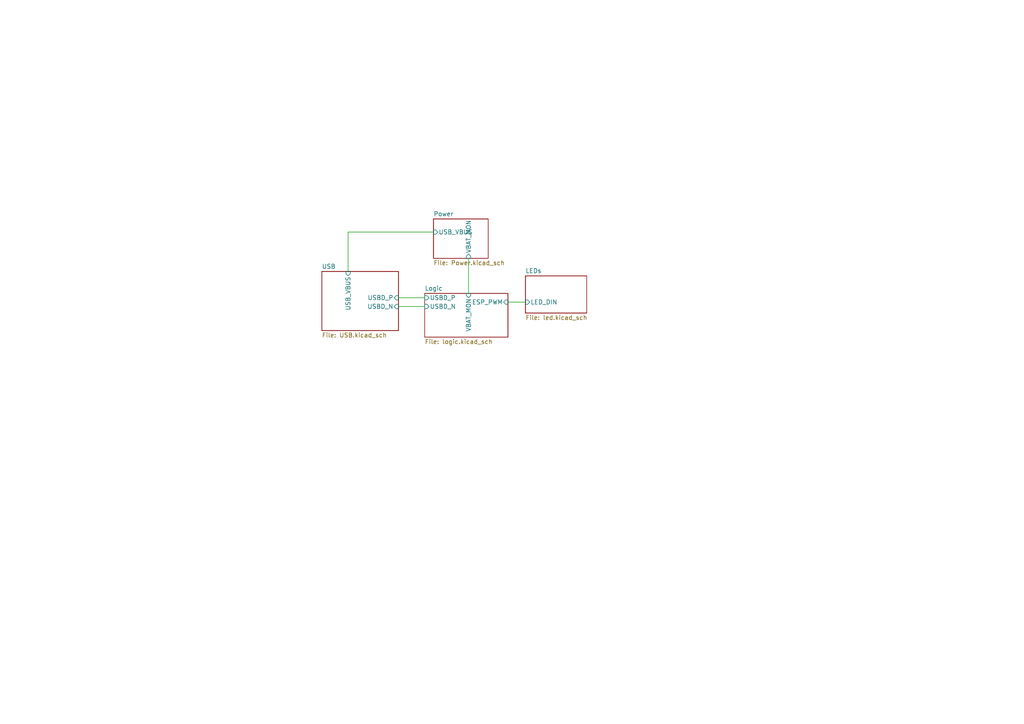
<source format=kicad_sch>
(kicad_sch
	(version 20250114)
	(generator "eeschema")
	(generator_version "9.0")
	(uuid "fdc0a18c-8dff-4a45-8df6-416fbc4de6f0")
	(paper "A4")
	(title_block
		(title "Weltkatze")
		(date "2025-02-25")
		(rev "1")
		(comment 1 "A light up Zigbee kitty")
	)
	(lib_symbols)
	(wire
		(pts
			(xy 115.57 88.9) (xy 123.19 88.9)
		)
		(stroke
			(width 0)
			(type default)
		)
		(uuid "62f3796a-7531-40e2-b9fe-b7ce11424e76")
	)
	(wire
		(pts
			(xy 115.57 86.36) (xy 123.19 86.36)
		)
		(stroke
			(width 0)
			(type default)
		)
		(uuid "a1a80b3f-a1a0-4620-b8f6-2f1bbf50c02b")
	)
	(wire
		(pts
			(xy 100.965 67.31) (xy 125.73 67.31)
		)
		(stroke
			(width 0)
			(type default)
		)
		(uuid "f0d263b2-aeed-4c1b-bfd8-3f756d57fc74")
	)
	(wire
		(pts
			(xy 135.89 74.93) (xy 135.89 85.09)
		)
		(stroke
			(width 0)
			(type default)
		)
		(uuid "f1f03387-f170-4af2-9686-74663730f03f")
	)
	(wire
		(pts
			(xy 147.32 87.63) (xy 152.4 87.63)
		)
		(stroke
			(width 0)
			(type default)
		)
		(uuid "f7d77dd8-f4fb-43a1-bb0b-7877c8412caf")
	)
	(wire
		(pts
			(xy 100.965 67.31) (xy 100.965 78.74)
		)
		(stroke
			(width 0)
			(type default)
		)
		(uuid "fc89eac4-2fa6-4ab3-b6f6-3d57a5da9547")
	)
	(sheet
		(at 123.19 85.09)
		(size 24.13 12.7)
		(exclude_from_sim no)
		(in_bom yes)
		(on_board yes)
		(dnp no)
		(fields_autoplaced yes)
		(stroke
			(width 0.1524)
			(type solid)
		)
		(fill
			(color 0 0 0 0.0000)
		)
		(uuid "011558f7-ebbb-4117-b486-056bb7c9a1e1")
		(property "Sheetname" "Logic"
			(at 123.19 84.3784 0)
			(effects
				(font
					(size 1.27 1.27)
				)
				(justify left bottom)
			)
		)
		(property "Sheetfile" "logic.kicad_sch"
			(at 123.19 98.3746 0)
			(effects
				(font
					(size 1.27 1.27)
				)
				(justify left top)
			)
		)
		(property "Field2" ""
			(at 123.19 85.09 0)
			(effects
				(font
					(size 1.27 1.27)
				)
				(hide yes)
			)
		)
		(pin "ESP_PWM" input
			(at 147.32 87.63 0)
			(uuid "6e5c48ba-e888-4f38-8160-4ba686d2766d")
			(effects
				(font
					(size 1.27 1.27)
				)
				(justify right)
			)
		)
		(pin "VBAT_MON" input
			(at 135.89 85.09 90)
			(uuid "3070e84b-8e60-4ddc-92ad-acf4ae0b694d")
			(effects
				(font
					(size 1.27 1.27)
				)
				(justify right)
			)
		)
		(pin "USBD_P" input
			(at 123.19 86.36 180)
			(uuid "c4bdd8ca-9435-428d-bcc4-f0e995b81f22")
			(effects
				(font
					(size 1.27 1.27)
				)
				(justify left)
			)
		)
		(pin "USBD_N" input
			(at 123.19 88.9 180)
			(uuid "57011d52-0aaa-49e5-8076-3bab4b98dc54")
			(effects
				(font
					(size 1.27 1.27)
				)
				(justify left)
			)
		)
		(instances
			(project "Weltkatze"
				(path "/fdc0a18c-8dff-4a45-8df6-416fbc4de6f0"
					(page "5")
				)
			)
		)
	)
	(sheet
		(at 93.345 78.74)
		(size 22.225 17.145)
		(exclude_from_sim no)
		(in_bom yes)
		(on_board yes)
		(dnp no)
		(fields_autoplaced yes)
		(stroke
			(width 0.1524)
			(type solid)
		)
		(fill
			(color 0 0 0 0.0000)
		)
		(uuid "3f5409d7-86b0-49a5-819a-a592e97a9128")
		(property "Sheetname" "USB"
			(at 93.345 78.0284 0)
			(effects
				(font
					(size 1.27 1.27)
				)
				(justify left bottom)
			)
		)
		(property "Sheetfile" "USB.kicad_sch"
			(at 93.345 96.4696 0)
			(effects
				(font
					(size 1.27 1.27)
				)
				(justify left top)
			)
		)
		(pin "USB_VBUS" input
			(at 100.965 78.74 90)
			(uuid "3282ecf3-1918-4711-a866-7170c08a3d8c")
			(effects
				(font
					(size 1.27 1.27)
				)
				(justify right)
			)
		)
		(pin "USBD_N" input
			(at 115.57 88.9 0)
			(uuid "284bb848-5291-4ddf-97db-ae8666b64112")
			(effects
				(font
					(size 1.27 1.27)
				)
				(justify right)
			)
		)
		(pin "USBD_P" input
			(at 115.57 86.36 0)
			(uuid "d7c05081-6a35-401c-ba00-e04e80973b46")
			(effects
				(font
					(size 1.27 1.27)
				)
				(justify right)
			)
		)
		(instances
			(project "Weltkatze"
				(path "/fdc0a18c-8dff-4a45-8df6-416fbc4de6f0"
					(page "2")
				)
			)
		)
	)
	(sheet
		(at 152.4 80.01)
		(size 17.78 10.795)
		(exclude_from_sim no)
		(in_bom yes)
		(on_board yes)
		(dnp no)
		(fields_autoplaced yes)
		(stroke
			(width 0.1524)
			(type solid)
		)
		(fill
			(color 0 0 0 0.0000)
		)
		(uuid "7ac3c526-d879-43f8-8ab0-1a6e2ebcc84a")
		(property "Sheetname" "LEDs"
			(at 152.4 79.2984 0)
			(effects
				(font
					(size 1.27 1.27)
				)
				(justify left bottom)
			)
		)
		(property "Sheetfile" "led.kicad_sch"
			(at 152.4 91.3896 0)
			(effects
				(font
					(size 1.27 1.27)
				)
				(justify left top)
			)
		)
		(pin "LED_DIN" input
			(at 152.4 87.63 180)
			(uuid "ea203e68-dacd-44ab-9107-0f3afa68f6c5")
			(effects
				(font
					(size 1.27 1.27)
				)
				(justify left)
			)
		)
		(instances
			(project "Weltkatze"
				(path "/fdc0a18c-8dff-4a45-8df6-416fbc4de6f0"
					(page "4")
				)
			)
		)
	)
	(sheet
		(at 125.73 63.5)
		(size 15.875 11.43)
		(exclude_from_sim no)
		(in_bom yes)
		(on_board yes)
		(dnp no)
		(fields_autoplaced yes)
		(stroke
			(width 0.1524)
			(type solid)
		)
		(fill
			(color 0 0 0 0.0000)
		)
		(uuid "e47e1b9a-d00f-4588-97a8-24e6f6c0e104")
		(property "Sheetname" "Power"
			(at 125.73 62.7884 0)
			(effects
				(font
					(size 1.27 1.27)
				)
				(justify left bottom)
			)
		)
		(property "Sheetfile" "Power.kicad_sch"
			(at 125.73 75.5146 0)
			(effects
				(font
					(size 1.27 1.27)
				)
				(justify left top)
			)
		)
		(pin "USB_VBUS" input
			(at 125.73 67.31 180)
			(uuid "4cc959bc-c806-444d-ab8b-d2eac6794ce3")
			(effects
				(font
					(size 1.27 1.27)
				)
				(justify left)
			)
		)
		(pin "VBAT_MON" input
			(at 135.89 74.93 270)
			(uuid "1b76dab4-b80e-417f-859c-8081a9726782")
			(effects
				(font
					(size 1.27 1.27)
				)
				(justify left)
			)
		)
		(instances
			(project "Weltkatze"
				(path "/fdc0a18c-8dff-4a45-8df6-416fbc4de6f0"
					(page "3")
				)
			)
		)
	)
	(sheet_instances
		(path "/"
			(page "1")
		)
	)
	(embedded_fonts no)
)

</source>
